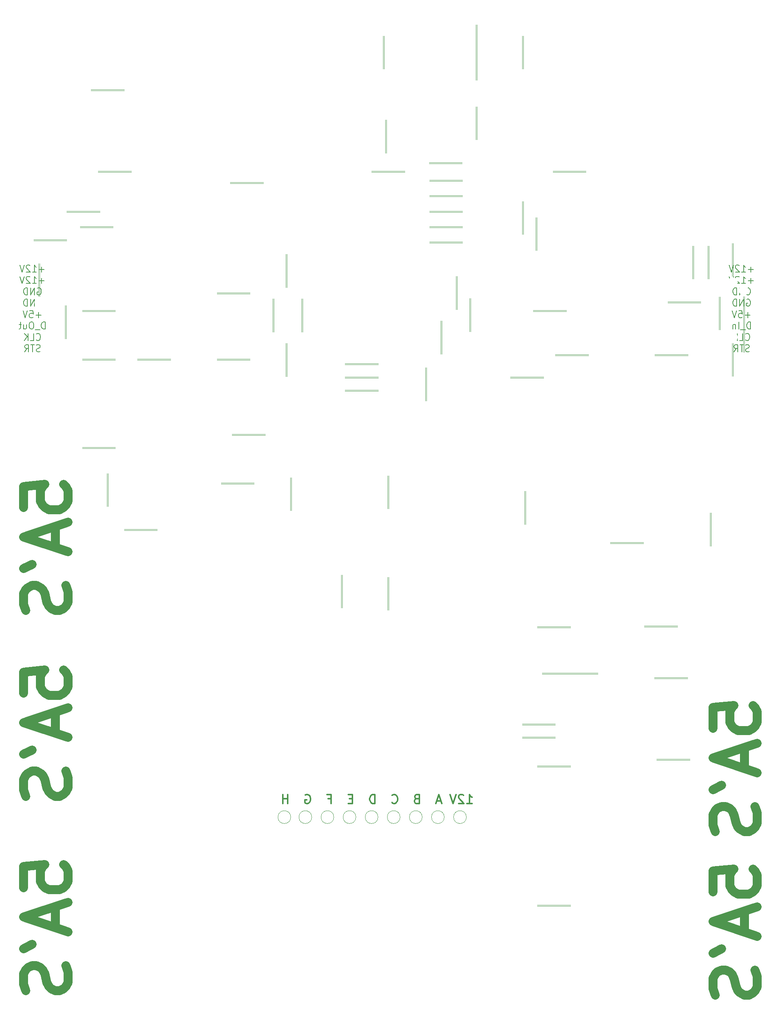
<source format=gbo>
%TF.GenerationSoftware,KiCad,Pcbnew,(6.0.6)*%
%TF.CreationDate,2022-09-29T15:29:04+08:00*%
%TF.ProjectId,7SegmentDisplay_DualLine_8Inches,37536567-6d65-46e7-9444-6973706c6179,rev?*%
%TF.SameCoordinates,Original*%
%TF.FileFunction,Legend,Bot*%
%TF.FilePolarity,Positive*%
%FSLAX46Y46*%
G04 Gerber Fmt 4.6, Leading zero omitted, Abs format (unit mm)*
G04 Created by KiCad (PCBNEW (6.0.6)) date 2022-09-29 15:29:04*
%MOMM*%
%LPD*%
G01*
G04 APERTURE LIST*
%ADD10C,2.000000*%
%ADD11C,0.150000*%
%ADD12C,0.300000*%
%ADD13C,0.120000*%
%ADD14C,0.900000*%
%ADD15C,8.000000*%
%ADD16R,1.800000X1.800000*%
%ADD17C,1.800000*%
%ADD18C,2.200000*%
%ADD19O,2.200000X2.200000*%
%ADD20C,1.600000*%
%ADD21O,1.600000X1.600000*%
%ADD22R,1.700000X1.700000*%
%ADD23O,1.700000X1.700000*%
%ADD24R,2.400000X1.600000*%
%ADD25O,2.400000X1.600000*%
%ADD26C,2.500000*%
G04 APERTURE END LIST*
D10*
X553523809Y-216952380D02*
X553523809Y-212190476D01*
X558285714Y-211714285D01*
X557809523Y-212190476D01*
X557333333Y-213142857D01*
X557333333Y-215523809D01*
X557809523Y-216476190D01*
X558285714Y-216952380D01*
X559238095Y-217428571D01*
X561619047Y-217428571D01*
X562571428Y-216952380D01*
X563047619Y-216476190D01*
X563523809Y-215523809D01*
X563523809Y-213142857D01*
X563047619Y-212190476D01*
X562571428Y-211714285D01*
X560666666Y-221238095D02*
X560666666Y-226000000D01*
X563523809Y-220285714D02*
X553523809Y-223619047D01*
X563523809Y-226952380D01*
X553523809Y-230761904D02*
X555428571Y-229809523D01*
X563047619Y-234571428D02*
X563523809Y-236000000D01*
X563523809Y-238380952D01*
X563047619Y-239333333D01*
X562571428Y-239809523D01*
X561619047Y-240285714D01*
X560666666Y-240285714D01*
X559714285Y-239809523D01*
X559238095Y-239333333D01*
X558761904Y-238380952D01*
X558285714Y-236476190D01*
X557809523Y-235523809D01*
X557333333Y-235047619D01*
X556380952Y-234571428D01*
X555428571Y-234571428D01*
X554476190Y-235047619D01*
X554000000Y-235523809D01*
X553523809Y-236476190D01*
X553523809Y-238857142D01*
X554000000Y-240285714D01*
X553523809Y-179952380D02*
X553523809Y-175190476D01*
X558285714Y-174714285D01*
X557809523Y-175190476D01*
X557333333Y-176142857D01*
X557333333Y-178523809D01*
X557809523Y-179476190D01*
X558285714Y-179952380D01*
X559238095Y-180428571D01*
X561619047Y-180428571D01*
X562571428Y-179952380D01*
X563047619Y-179476190D01*
X563523809Y-178523809D01*
X563523809Y-176142857D01*
X563047619Y-175190476D01*
X562571428Y-174714285D01*
X560666666Y-184238095D02*
X560666666Y-189000000D01*
X563523809Y-183285714D02*
X553523809Y-186619047D01*
X563523809Y-189952380D01*
X553523809Y-193761904D02*
X555428571Y-192809523D01*
X563047619Y-197571428D02*
X563523809Y-199000000D01*
X563523809Y-201380952D01*
X563047619Y-202333333D01*
X562571428Y-202809523D01*
X561619047Y-203285714D01*
X560666666Y-203285714D01*
X559714285Y-202809523D01*
X559238095Y-202333333D01*
X558761904Y-201380952D01*
X558285714Y-199476190D01*
X557809523Y-198523809D01*
X557333333Y-198047619D01*
X556380952Y-197571428D01*
X555428571Y-197571428D01*
X554476190Y-198047619D01*
X554000000Y-198523809D01*
X553523809Y-199476190D01*
X553523809Y-201857142D01*
X554000000Y-203285714D01*
X397523809Y-215952380D02*
X397523809Y-211190476D01*
X402285714Y-210714285D01*
X401809523Y-211190476D01*
X401333333Y-212142857D01*
X401333333Y-214523809D01*
X401809523Y-215476190D01*
X402285714Y-215952380D01*
X403238095Y-216428571D01*
X405619047Y-216428571D01*
X406571428Y-215952380D01*
X407047619Y-215476190D01*
X407523809Y-214523809D01*
X407523809Y-212142857D01*
X407047619Y-211190476D01*
X406571428Y-210714285D01*
X404666666Y-220238095D02*
X404666666Y-225000000D01*
X407523809Y-219285714D02*
X397523809Y-222619047D01*
X407523809Y-225952380D01*
X397523809Y-229761904D02*
X399428571Y-228809523D01*
X407047619Y-233571428D02*
X407523809Y-235000000D01*
X407523809Y-237380952D01*
X407047619Y-238333333D01*
X406571428Y-238809523D01*
X405619047Y-239285714D01*
X404666666Y-239285714D01*
X403714285Y-238809523D01*
X403238095Y-238333333D01*
X402761904Y-237380952D01*
X402285714Y-235476190D01*
X401809523Y-234523809D01*
X401333333Y-234047619D01*
X400380952Y-233571428D01*
X399428571Y-233571428D01*
X398476190Y-234047619D01*
X398000000Y-234523809D01*
X397523809Y-235476190D01*
X397523809Y-237857142D01*
X398000000Y-239285714D01*
X397523809Y-171952380D02*
X397523809Y-167190476D01*
X402285714Y-166714285D01*
X401809523Y-167190476D01*
X401333333Y-168142857D01*
X401333333Y-170523809D01*
X401809523Y-171476190D01*
X402285714Y-171952380D01*
X403238095Y-172428571D01*
X405619047Y-172428571D01*
X406571428Y-171952380D01*
X407047619Y-171476190D01*
X407523809Y-170523809D01*
X407523809Y-168142857D01*
X407047619Y-167190476D01*
X406571428Y-166714285D01*
X404666666Y-176238095D02*
X404666666Y-181000000D01*
X407523809Y-175285714D02*
X397523809Y-178619047D01*
X407523809Y-181952380D01*
X397523809Y-185761904D02*
X399428571Y-184809523D01*
X407047619Y-189571428D02*
X407523809Y-191000000D01*
X407523809Y-193380952D01*
X407047619Y-194333333D01*
X406571428Y-194809523D01*
X405619047Y-195285714D01*
X404666666Y-195285714D01*
X403714285Y-194809523D01*
X403238095Y-194333333D01*
X402761904Y-193380952D01*
X402285714Y-191476190D01*
X401809523Y-190523809D01*
X401333333Y-190047619D01*
X400380952Y-189571428D01*
X399428571Y-189571428D01*
X398476190Y-190047619D01*
X398000000Y-190523809D01*
X397523809Y-191476190D01*
X397523809Y-193857142D01*
X398000000Y-195285714D01*
X397523809Y-129952380D02*
X397523809Y-125190476D01*
X402285714Y-124714285D01*
X401809523Y-125190476D01*
X401333333Y-126142857D01*
X401333333Y-128523809D01*
X401809523Y-129476190D01*
X402285714Y-129952380D01*
X403238095Y-130428571D01*
X405619047Y-130428571D01*
X406571428Y-129952380D01*
X407047619Y-129476190D01*
X407523809Y-128523809D01*
X407523809Y-126142857D01*
X407047619Y-125190476D01*
X406571428Y-124714285D01*
X404666666Y-134238095D02*
X404666666Y-139000000D01*
X407523809Y-133285714D02*
X397523809Y-136619047D01*
X407523809Y-139952380D01*
X397523809Y-143761904D02*
X399428571Y-142809523D01*
X407047619Y-147571428D02*
X407523809Y-149000000D01*
X407523809Y-151380952D01*
X407047619Y-152333333D01*
X406571428Y-152809523D01*
X405619047Y-153285714D01*
X404666666Y-153285714D01*
X403714285Y-152809523D01*
X403238095Y-152333333D01*
X402761904Y-151380952D01*
X402285714Y-149476190D01*
X401809523Y-148523809D01*
X401333333Y-148047619D01*
X400380952Y-147571428D01*
X399428571Y-147571428D01*
X398476190Y-148047619D01*
X398000000Y-148523809D01*
X397523809Y-149476190D01*
X397523809Y-151857142D01*
X398000000Y-153285714D01*
D11*
X402142857Y-76098285D02*
X401000000Y-76098285D01*
X401571428Y-76707809D02*
X401571428Y-75488761D01*
X399500000Y-76707809D02*
X400357142Y-76707809D01*
X399928571Y-76707809D02*
X399928571Y-75107809D01*
X400071428Y-75336380D01*
X400214285Y-75488761D01*
X400357142Y-75564952D01*
X398928571Y-75260190D02*
X398857142Y-75184000D01*
X398714285Y-75107809D01*
X398357142Y-75107809D01*
X398214285Y-75184000D01*
X398142857Y-75260190D01*
X398071428Y-75412571D01*
X398071428Y-75564952D01*
X398142857Y-75793523D01*
X399000000Y-76707809D01*
X398071428Y-76707809D01*
X397642857Y-75107809D02*
X397142857Y-76707809D01*
X396642857Y-75107809D01*
X402142857Y-78674285D02*
X401000000Y-78674285D01*
X401571428Y-79283809D02*
X401571428Y-78064761D01*
X399500000Y-79283809D02*
X400357142Y-79283809D01*
X399928571Y-79283809D02*
X399928571Y-77683809D01*
X400071428Y-77912380D01*
X400214285Y-78064761D01*
X400357142Y-78140952D01*
X398928571Y-77836190D02*
X398857142Y-77760000D01*
X398714285Y-77683809D01*
X398357142Y-77683809D01*
X398214285Y-77760000D01*
X398142857Y-77836190D01*
X398071428Y-77988571D01*
X398071428Y-78140952D01*
X398142857Y-78369523D01*
X399000000Y-79283809D01*
X398071428Y-79283809D01*
X397642857Y-77683809D02*
X397142857Y-79283809D01*
X396642857Y-77683809D01*
X400642857Y-80336000D02*
X400785714Y-80259809D01*
X401000000Y-80259809D01*
X401214285Y-80336000D01*
X401357142Y-80488380D01*
X401428571Y-80640761D01*
X401500000Y-80945523D01*
X401500000Y-81174095D01*
X401428571Y-81478857D01*
X401357142Y-81631238D01*
X401214285Y-81783619D01*
X401000000Y-81859809D01*
X400857142Y-81859809D01*
X400642857Y-81783619D01*
X400571428Y-81707428D01*
X400571428Y-81174095D01*
X400857142Y-81174095D01*
X399928571Y-81859809D02*
X399928571Y-80259809D01*
X399071428Y-81859809D01*
X399071428Y-80259809D01*
X398357142Y-81859809D02*
X398357142Y-80259809D01*
X398000000Y-80259809D01*
X397785714Y-80336000D01*
X397642857Y-80488380D01*
X397571428Y-80640761D01*
X397500000Y-80945523D01*
X397500000Y-81174095D01*
X397571428Y-81478857D01*
X397642857Y-81631238D01*
X397785714Y-81783619D01*
X398000000Y-81859809D01*
X398357142Y-81859809D01*
X400642857Y-82912000D02*
X400785714Y-82835809D01*
X401000000Y-82835809D01*
X401214285Y-82912000D01*
X401357142Y-83064380D01*
X401428571Y-83216761D01*
X401500000Y-83521523D01*
X401500000Y-83750095D01*
X401428571Y-84054857D01*
X401357142Y-84207238D01*
X401214285Y-84359619D01*
X401000000Y-84435809D01*
X400857142Y-84435809D01*
X400642857Y-84359619D01*
X400571428Y-84283428D01*
X400571428Y-83750095D01*
X400857142Y-83750095D01*
X399928571Y-84435809D02*
X399928571Y-82835809D01*
X399071428Y-84435809D01*
X399071428Y-82835809D01*
X398357142Y-84435809D02*
X398357142Y-82835809D01*
X398000000Y-82835809D01*
X397785714Y-82912000D01*
X397642857Y-83064380D01*
X397571428Y-83216761D01*
X397500000Y-83521523D01*
X397500000Y-83750095D01*
X397571428Y-84054857D01*
X397642857Y-84207238D01*
X397785714Y-84359619D01*
X398000000Y-84435809D01*
X398357142Y-84435809D01*
X401428571Y-86402285D02*
X400285714Y-86402285D01*
X400857142Y-87011809D02*
X400857142Y-85792761D01*
X398857142Y-85411809D02*
X399571428Y-85411809D01*
X399642857Y-86173714D01*
X399571428Y-86097523D01*
X399428571Y-86021333D01*
X399071428Y-86021333D01*
X398928571Y-86097523D01*
X398857142Y-86173714D01*
X398785714Y-86326095D01*
X398785714Y-86707047D01*
X398857142Y-86859428D01*
X398928571Y-86935619D01*
X399071428Y-87011809D01*
X399428571Y-87011809D01*
X399571428Y-86935619D01*
X399642857Y-86859428D01*
X398357142Y-85411809D02*
X397857142Y-87011809D01*
X397357142Y-85411809D01*
X402357142Y-89587809D02*
X402357142Y-87987809D01*
X402000000Y-87987809D01*
X401785714Y-88064000D01*
X401642857Y-88216380D01*
X401571428Y-88368761D01*
X401500000Y-88673523D01*
X401500000Y-88902095D01*
X401571428Y-89206857D01*
X401642857Y-89359238D01*
X401785714Y-89511619D01*
X402000000Y-89587809D01*
X402357142Y-89587809D01*
X401214285Y-89740190D02*
X400071428Y-89740190D01*
X399428571Y-87987809D02*
X399142857Y-87987809D01*
X399000000Y-88064000D01*
X398857142Y-88216380D01*
X398785714Y-88521142D01*
X398785714Y-89054476D01*
X398857142Y-89359238D01*
X399000000Y-89511619D01*
X399142857Y-89587809D01*
X399428571Y-89587809D01*
X399571428Y-89511619D01*
X399714285Y-89359238D01*
X399785714Y-89054476D01*
X399785714Y-88521142D01*
X399714285Y-88216380D01*
X399571428Y-88064000D01*
X399428571Y-87987809D01*
X397500000Y-88521142D02*
X397500000Y-89587809D01*
X398142857Y-88521142D02*
X398142857Y-89359238D01*
X398071428Y-89511619D01*
X397928571Y-89587809D01*
X397714285Y-89587809D01*
X397571428Y-89511619D01*
X397500000Y-89435428D01*
X397000000Y-88521142D02*
X396428571Y-88521142D01*
X396785714Y-87987809D02*
X396785714Y-89359238D01*
X396714285Y-89511619D01*
X396571428Y-89587809D01*
X396428571Y-89587809D01*
X400392857Y-92011428D02*
X400464285Y-92087619D01*
X400678571Y-92163809D01*
X400821428Y-92163809D01*
X401035714Y-92087619D01*
X401178571Y-91935238D01*
X401250000Y-91782857D01*
X401321428Y-91478095D01*
X401321428Y-91249523D01*
X401250000Y-90944761D01*
X401178571Y-90792380D01*
X401035714Y-90640000D01*
X400821428Y-90563809D01*
X400678571Y-90563809D01*
X400464285Y-90640000D01*
X400392857Y-90716190D01*
X399035714Y-92163809D02*
X399750000Y-92163809D01*
X399750000Y-90563809D01*
X398535714Y-92163809D02*
X398535714Y-90563809D01*
X397678571Y-92163809D02*
X398321428Y-91249523D01*
X397678571Y-90563809D02*
X398535714Y-91478095D01*
X401250000Y-94663619D02*
X401035714Y-94739809D01*
X400678571Y-94739809D01*
X400535714Y-94663619D01*
X400464285Y-94587428D01*
X400392857Y-94435047D01*
X400392857Y-94282666D01*
X400464285Y-94130285D01*
X400535714Y-94054095D01*
X400678571Y-93977904D01*
X400964285Y-93901714D01*
X401107142Y-93825523D01*
X401178571Y-93749333D01*
X401250000Y-93596952D01*
X401250000Y-93444571D01*
X401178571Y-93292190D01*
X401107142Y-93216000D01*
X400964285Y-93139809D01*
X400607142Y-93139809D01*
X400392857Y-93216000D01*
X399964285Y-93139809D02*
X399107142Y-93139809D01*
X399535714Y-94739809D02*
X399535714Y-93139809D01*
X397750000Y-94739809D02*
X398250000Y-93977904D01*
X398607142Y-94739809D02*
X398607142Y-93139809D01*
X398035714Y-93139809D01*
X397892857Y-93216000D01*
X397821428Y-93292190D01*
X397750000Y-93444571D01*
X397750000Y-93673142D01*
X397821428Y-93825523D01*
X397892857Y-93901714D01*
X398035714Y-93977904D01*
X398607142Y-93977904D01*
D12*
X497833333Y-196904761D02*
X498976190Y-196904761D01*
X498404761Y-196904761D02*
X498404761Y-194904761D01*
X498595238Y-195190476D01*
X498785714Y-195380952D01*
X498976190Y-195476190D01*
X497071428Y-195095238D02*
X496976190Y-195000000D01*
X496785714Y-194904761D01*
X496309523Y-194904761D01*
X496119047Y-195000000D01*
X496023809Y-195095238D01*
X495928571Y-195285714D01*
X495928571Y-195476190D01*
X496023809Y-195761904D01*
X497166666Y-196904761D01*
X495928571Y-196904761D01*
X495357142Y-194904761D02*
X494690476Y-196904761D01*
X494023809Y-194904761D01*
X491928571Y-196333333D02*
X490976190Y-196333333D01*
X492119047Y-196904761D02*
X491452380Y-194904761D01*
X490785714Y-196904761D01*
X486404761Y-195857142D02*
X486119047Y-195952380D01*
X486023809Y-196047619D01*
X485928571Y-196238095D01*
X485928571Y-196523809D01*
X486023809Y-196714285D01*
X486119047Y-196809523D01*
X486309523Y-196904761D01*
X487071428Y-196904761D01*
X487071428Y-194904761D01*
X486404761Y-194904761D01*
X486214285Y-195000000D01*
X486119047Y-195095238D01*
X486023809Y-195285714D01*
X486023809Y-195476190D01*
X486119047Y-195666666D01*
X486214285Y-195761904D01*
X486404761Y-195857142D01*
X487071428Y-195857142D01*
X480880952Y-196714285D02*
X480976190Y-196809523D01*
X481261904Y-196904761D01*
X481452380Y-196904761D01*
X481738095Y-196809523D01*
X481928571Y-196619047D01*
X482023809Y-196428571D01*
X482119047Y-196047619D01*
X482119047Y-195761904D01*
X482023809Y-195380952D01*
X481928571Y-195190476D01*
X481738095Y-195000000D01*
X481452380Y-194904761D01*
X481261904Y-194904761D01*
X480976190Y-195000000D01*
X480880952Y-195095238D01*
X476976190Y-196904761D02*
X476976190Y-194904761D01*
X476500000Y-194904761D01*
X476214285Y-195000000D01*
X476023809Y-195190476D01*
X475928571Y-195380952D01*
X475833333Y-195761904D01*
X475833333Y-196047619D01*
X475928571Y-196428571D01*
X476023809Y-196619047D01*
X476214285Y-196809523D01*
X476500000Y-196904761D01*
X476976190Y-196904761D01*
X471928571Y-195857142D02*
X471261904Y-195857142D01*
X470976190Y-196904761D02*
X471928571Y-196904761D01*
X471928571Y-194904761D01*
X470976190Y-194904761D01*
X466404761Y-195857142D02*
X467071428Y-195857142D01*
X467071428Y-196904761D02*
X467071428Y-194904761D01*
X466119047Y-194904761D01*
X461261904Y-195000000D02*
X461452380Y-194904761D01*
X461738095Y-194904761D01*
X462023809Y-195000000D01*
X462214285Y-195190476D01*
X462309523Y-195380952D01*
X462404761Y-195761904D01*
X462404761Y-196047619D01*
X462309523Y-196428571D01*
X462214285Y-196619047D01*
X462023809Y-196809523D01*
X461738095Y-196904761D01*
X461547619Y-196904761D01*
X461261904Y-196809523D01*
X461166666Y-196714285D01*
X461166666Y-196047619D01*
X461547619Y-196047619D01*
X457261904Y-196904761D02*
X457261904Y-194904761D01*
X457261904Y-195857142D02*
X456119047Y-195857142D01*
X456119047Y-196904761D02*
X456119047Y-194904761D01*
D11*
X562642857Y-76098285D02*
X561500000Y-76098285D01*
X562071428Y-76707809D02*
X562071428Y-75488761D01*
X560000000Y-76707809D02*
X560857142Y-76707809D01*
X560428571Y-76707809D02*
X560428571Y-75107809D01*
X560571428Y-75336380D01*
X560714285Y-75488761D01*
X560857142Y-75564952D01*
X559428571Y-75260190D02*
X559357142Y-75184000D01*
X559214285Y-75107809D01*
X558857142Y-75107809D01*
X558714285Y-75184000D01*
X558642857Y-75260190D01*
X558571428Y-75412571D01*
X558571428Y-75564952D01*
X558642857Y-75793523D01*
X559500000Y-76707809D01*
X558571428Y-76707809D01*
X558142857Y-75107809D02*
X557642857Y-76707809D01*
X557142857Y-75107809D01*
X562642857Y-78674285D02*
X561500000Y-78674285D01*
X562071428Y-79283809D02*
X562071428Y-78064761D01*
X560000000Y-79283809D02*
X560857142Y-79283809D01*
X560428571Y-79283809D02*
X560428571Y-77683809D01*
X560571428Y-77912380D01*
X560714285Y-78064761D01*
X560857142Y-78140952D01*
X559428571Y-77836190D02*
X559357142Y-77760000D01*
X559214285Y-77683809D01*
X558857142Y-77683809D01*
X558714285Y-77760000D01*
X558642857Y-77836190D01*
X558571428Y-77988571D01*
X558571428Y-78140952D01*
X558642857Y-78369523D01*
X559500000Y-79283809D01*
X558571428Y-79283809D01*
X558142857Y-77683809D02*
X557642857Y-79283809D01*
X557142857Y-77683809D01*
X561142857Y-80336000D02*
X561285714Y-80259809D01*
X561500000Y-80259809D01*
X561714285Y-80336000D01*
X561857142Y-80488380D01*
X561928571Y-80640761D01*
X562000000Y-80945523D01*
X562000000Y-81174095D01*
X561928571Y-81478857D01*
X561857142Y-81631238D01*
X561714285Y-81783619D01*
X561500000Y-81859809D01*
X561357142Y-81859809D01*
X561142857Y-81783619D01*
X561071428Y-81707428D01*
X561071428Y-81174095D01*
X561357142Y-81174095D01*
X560428571Y-81859809D02*
X560428571Y-80259809D01*
X559571428Y-81859809D01*
X559571428Y-80259809D01*
X558857142Y-81859809D02*
X558857142Y-80259809D01*
X558500000Y-80259809D01*
X558285714Y-80336000D01*
X558142857Y-80488380D01*
X558071428Y-80640761D01*
X558000000Y-80945523D01*
X558000000Y-81174095D01*
X558071428Y-81478857D01*
X558142857Y-81631238D01*
X558285714Y-81783619D01*
X558500000Y-81859809D01*
X558857142Y-81859809D01*
X561142857Y-82912000D02*
X561285714Y-82835809D01*
X561500000Y-82835809D01*
X561714285Y-82912000D01*
X561857142Y-83064380D01*
X561928571Y-83216761D01*
X562000000Y-83521523D01*
X562000000Y-83750095D01*
X561928571Y-84054857D01*
X561857142Y-84207238D01*
X561714285Y-84359619D01*
X561500000Y-84435809D01*
X561357142Y-84435809D01*
X561142857Y-84359619D01*
X561071428Y-84283428D01*
X561071428Y-83750095D01*
X561357142Y-83750095D01*
X560428571Y-84435809D02*
X560428571Y-82835809D01*
X559571428Y-84435809D01*
X559571428Y-82835809D01*
X558857142Y-84435809D02*
X558857142Y-82835809D01*
X558500000Y-82835809D01*
X558285714Y-82912000D01*
X558142857Y-83064380D01*
X558071428Y-83216761D01*
X558000000Y-83521523D01*
X558000000Y-83750095D01*
X558071428Y-84054857D01*
X558142857Y-84207238D01*
X558285714Y-84359619D01*
X558500000Y-84435809D01*
X558857142Y-84435809D01*
X561928571Y-86402285D02*
X560785714Y-86402285D01*
X561357142Y-87011809D02*
X561357142Y-85792761D01*
X559357142Y-85411809D02*
X560071428Y-85411809D01*
X560142857Y-86173714D01*
X560071428Y-86097523D01*
X559928571Y-86021333D01*
X559571428Y-86021333D01*
X559428571Y-86097523D01*
X559357142Y-86173714D01*
X559285714Y-86326095D01*
X559285714Y-86707047D01*
X559357142Y-86859428D01*
X559428571Y-86935619D01*
X559571428Y-87011809D01*
X559928571Y-87011809D01*
X560071428Y-86935619D01*
X560142857Y-86859428D01*
X558857142Y-85411809D02*
X558357142Y-87011809D01*
X557857142Y-85411809D01*
X562000000Y-89587809D02*
X562000000Y-87987809D01*
X561642857Y-87987809D01*
X561428571Y-88064000D01*
X561285714Y-88216380D01*
X561214285Y-88368761D01*
X561142857Y-88673523D01*
X561142857Y-88902095D01*
X561214285Y-89206857D01*
X561285714Y-89359238D01*
X561428571Y-89511619D01*
X561642857Y-89587809D01*
X562000000Y-89587809D01*
X560857142Y-89740190D02*
X559714285Y-89740190D01*
X559357142Y-89587809D02*
X559357142Y-87987809D01*
X558642857Y-88521142D02*
X558642857Y-89587809D01*
X558642857Y-88673523D02*
X558571428Y-88597333D01*
X558428571Y-88521142D01*
X558214285Y-88521142D01*
X558071428Y-88597333D01*
X558000000Y-88749714D01*
X558000000Y-89587809D01*
X560892857Y-92011428D02*
X560964285Y-92087619D01*
X561178571Y-92163809D01*
X561321428Y-92163809D01*
X561535714Y-92087619D01*
X561678571Y-91935238D01*
X561750000Y-91782857D01*
X561821428Y-91478095D01*
X561821428Y-91249523D01*
X561750000Y-90944761D01*
X561678571Y-90792380D01*
X561535714Y-90640000D01*
X561321428Y-90563809D01*
X561178571Y-90563809D01*
X560964285Y-90640000D01*
X560892857Y-90716190D01*
X559535714Y-92163809D02*
X560250000Y-92163809D01*
X560250000Y-90563809D01*
X559035714Y-92163809D02*
X559035714Y-90563809D01*
X558178571Y-92163809D02*
X558821428Y-91249523D01*
X558178571Y-90563809D02*
X559035714Y-91478095D01*
X561750000Y-94663619D02*
X561535714Y-94739809D01*
X561178571Y-94739809D01*
X561035714Y-94663619D01*
X560964285Y-94587428D01*
X560892857Y-94435047D01*
X560892857Y-94282666D01*
X560964285Y-94130285D01*
X561035714Y-94054095D01*
X561178571Y-93977904D01*
X561464285Y-93901714D01*
X561607142Y-93825523D01*
X561678571Y-93749333D01*
X561750000Y-93596952D01*
X561750000Y-93444571D01*
X561678571Y-93292190D01*
X561607142Y-93216000D01*
X561464285Y-93139809D01*
X561107142Y-93139809D01*
X560892857Y-93216000D01*
X560464285Y-93139809D02*
X559607142Y-93139809D01*
X560035714Y-94739809D02*
X560035714Y-93139809D01*
X558250000Y-94739809D02*
X558750000Y-93977904D01*
X559107142Y-94739809D02*
X559107142Y-93139809D01*
X558535714Y-93139809D01*
X558392857Y-93216000D01*
X558321428Y-93292190D01*
X558250000Y-93444571D01*
X558250000Y-93673142D01*
X558321428Y-93825523D01*
X558392857Y-93901714D01*
X558535714Y-93977904D01*
X559107142Y-93977904D01*
D13*
%TO.C,REF\u002A\u002A*%
X512833500Y-85627000D02*
X520326500Y-85627000D01*
X520326500Y-85373000D02*
X512833500Y-85373000D01*
X489333500Y-70127000D02*
X496826500Y-70127000D01*
X496826500Y-69873000D02*
X489333500Y-69873000D01*
X540253500Y-168627000D02*
X547746500Y-168627000D01*
X547746500Y-168373000D02*
X540253500Y-168373000D01*
X420253500Y-135127000D02*
X427746500Y-135127000D01*
X427746500Y-134873000D02*
X420253500Y-134873000D01*
X514833500Y-167627000D02*
X527406500Y-167627000D01*
X527406500Y-167373000D02*
X514833500Y-167373000D01*
X410253500Y-66627000D02*
X417746500Y-66627000D01*
X417746500Y-66373000D02*
X410253500Y-66373000D01*
X510627000Y-68166500D02*
X510627000Y-60673500D01*
X510373000Y-60673500D02*
X510373000Y-68166500D01*
X410753500Y-116627000D02*
X418246500Y-116627000D01*
X418246500Y-116373000D02*
X410753500Y-116373000D01*
X511127000Y-133746500D02*
X511127000Y-126253500D01*
X510873000Y-126253500D02*
X510873000Y-133746500D01*
X452166500Y-113373000D02*
X444673500Y-113373000D01*
X444673500Y-113627000D02*
X452166500Y-113627000D01*
X552627000Y-78246500D02*
X552627000Y-70753500D01*
X552373000Y-70753500D02*
X552373000Y-78246500D01*
X456873000Y-72673500D02*
X456873000Y-80166500D01*
X457127000Y-80166500D02*
X457127000Y-72673500D01*
X416627000Y-129746500D02*
X416627000Y-122253500D01*
X416373000Y-122253500D02*
X416373000Y-129746500D01*
X555127000Y-89746500D02*
X555127000Y-82253500D01*
X554873000Y-82253500D02*
X554873000Y-89746500D01*
X420246500Y-35373000D02*
X412753500Y-35373000D01*
X412753500Y-35627000D02*
X420246500Y-35627000D01*
X496826500Y-55873000D02*
X489333500Y-55873000D01*
X489333500Y-56127000D02*
X496826500Y-56127000D01*
X489333500Y-66627000D02*
X496826500Y-66627000D01*
X496826500Y-66373000D02*
X489333500Y-66373000D01*
X453873000Y-82753500D02*
X453873000Y-90246500D01*
X454127000Y-90246500D02*
X454127000Y-82753500D01*
X470253500Y-103627000D02*
X477746500Y-103627000D01*
X477746500Y-103373000D02*
X470253500Y-103373000D01*
X510627000Y-30746500D02*
X510627000Y-23253500D01*
X510373000Y-23253500D02*
X510373000Y-30746500D01*
X480127000Y-153166500D02*
X480127000Y-145673500D01*
X479873000Y-145673500D02*
X479873000Y-153166500D01*
X553127000Y-138666500D02*
X553127000Y-131173500D01*
X552873000Y-131173500D02*
X552873000Y-138666500D01*
X458127000Y-130666500D02*
X458127000Y-123173500D01*
X457873000Y-123173500D02*
X457873000Y-130666500D01*
X491873000Y-87753500D02*
X491873000Y-95246500D01*
X492127000Y-95246500D02*
X492127000Y-87753500D01*
X460627000Y-90246500D02*
X460627000Y-82753500D01*
X460373000Y-82753500D02*
X460373000Y-90246500D01*
X513753500Y-220127000D02*
X521246500Y-220127000D01*
X521246500Y-219873000D02*
X513753500Y-219873000D01*
X489333500Y-63127000D02*
X496826500Y-63127000D01*
X496826500Y-62873000D02*
X489333500Y-62873000D01*
X558127000Y-100246500D02*
X558127000Y-92753500D01*
X557873000Y-92753500D02*
X557873000Y-100246500D01*
X401127000Y-82246500D02*
X401127000Y-74753500D01*
X400873000Y-74753500D02*
X400873000Y-82246500D01*
X469627000Y-152666500D02*
X469627000Y-145173500D01*
X469373000Y-145173500D02*
X469373000Y-152666500D01*
X483746500Y-53873000D02*
X476253500Y-53873000D01*
X476253500Y-54127000D02*
X483746500Y-54127000D01*
X500127000Y-46746500D02*
X500127000Y-39253500D01*
X499873000Y-39253500D02*
X499873000Y-46746500D01*
X543253500Y-83627000D02*
X550746500Y-83627000D01*
X550746500Y-83373000D02*
X543253500Y-83373000D01*
X549127000Y-78246500D02*
X549127000Y-70753500D01*
X548873000Y-70753500D02*
X548873000Y-78246500D01*
X444253500Y-56627000D02*
X451746500Y-56627000D01*
X451746500Y-56373000D02*
X444253500Y-56373000D01*
X399753500Y-69627000D02*
X407246500Y-69627000D01*
X407246500Y-69373000D02*
X399753500Y-69373000D01*
X517833500Y-95627000D02*
X525326500Y-95627000D01*
X525326500Y-95373000D02*
X517833500Y-95373000D01*
X477746500Y-100373000D02*
X470253500Y-100373000D01*
X470253500Y-100627000D02*
X477746500Y-100627000D01*
X496746500Y-51873000D02*
X489253500Y-51873000D01*
X489253500Y-52127000D02*
X496746500Y-52127000D01*
X442173500Y-124627000D02*
X449666500Y-124627000D01*
X449666500Y-124373000D02*
X442173500Y-124373000D01*
X510333500Y-182127000D02*
X517826500Y-182127000D01*
X517826500Y-181873000D02*
X510333500Y-181873000D01*
X480127000Y-130246500D02*
X480127000Y-122753500D01*
X479873000Y-122753500D02*
X479873000Y-130246500D01*
X530253500Y-138127000D02*
X537746500Y-138127000D01*
X537746500Y-137873000D02*
X530253500Y-137873000D01*
X500127000Y-33286500D02*
X500127000Y-20713500D01*
X499873000Y-20713500D02*
X499873000Y-33286500D01*
X517253500Y-54127000D02*
X524746500Y-54127000D01*
X524746500Y-53873000D02*
X517253500Y-53873000D01*
X448746500Y-96373000D02*
X441253500Y-96373000D01*
X441253500Y-96627000D02*
X448746500Y-96627000D01*
X558127000Y-77666500D02*
X558127000Y-70173500D01*
X557873000Y-70173500D02*
X557873000Y-77666500D01*
X488373000Y-98333500D02*
X488373000Y-105826500D01*
X488627000Y-105826500D02*
X488627000Y-98333500D01*
X513627000Y-71826500D02*
X513627000Y-64333500D01*
X513373000Y-64333500D02*
X513373000Y-71826500D01*
X430746500Y-96373000D02*
X423253500Y-96373000D01*
X423253500Y-96627000D02*
X430746500Y-96627000D01*
X479627000Y-49746500D02*
X479627000Y-42253500D01*
X479373000Y-42253500D02*
X479373000Y-49746500D01*
X470253500Y-97627000D02*
X477746500Y-97627000D01*
X477746500Y-97373000D02*
X470253500Y-97373000D01*
X513753500Y-157127000D02*
X521246500Y-157127000D01*
X521246500Y-156873000D02*
X513753500Y-156873000D01*
X540333500Y-95627000D02*
X547826500Y-95627000D01*
X547826500Y-95373000D02*
X540333500Y-95373000D01*
X510333500Y-179127000D02*
X517826500Y-179127000D01*
X517826500Y-178873000D02*
X510333500Y-178873000D01*
X414333500Y-54127000D02*
X421826500Y-54127000D01*
X421826500Y-53873000D02*
X414333500Y-53873000D01*
X441253500Y-81627000D02*
X448746500Y-81627000D01*
X448746500Y-81373000D02*
X441253500Y-81373000D01*
X498627000Y-90166500D02*
X498627000Y-82673500D01*
X498373000Y-82673500D02*
X498373000Y-90166500D01*
X418246500Y-96373000D02*
X410753500Y-96373000D01*
X410753500Y-96627000D02*
X418246500Y-96627000D01*
X540753500Y-187127000D02*
X548246500Y-187127000D01*
X548246500Y-186873000D02*
X540753500Y-186873000D01*
X513753500Y-188627000D02*
X521246500Y-188627000D01*
X521246500Y-188373000D02*
X513753500Y-188373000D01*
X537978500Y-156957000D02*
X545471500Y-156957000D01*
X545471500Y-156703000D02*
X537978500Y-156703000D01*
X407127000Y-91746500D02*
X407127000Y-84253500D01*
X406873000Y-84253500D02*
X406873000Y-91746500D01*
X479127000Y-30746500D02*
X479127000Y-23253500D01*
X478873000Y-23253500D02*
X478873000Y-30746500D01*
X489333500Y-59627000D02*
X496826500Y-59627000D01*
X496826500Y-59373000D02*
X489333500Y-59373000D01*
X507673500Y-100627000D02*
X515166500Y-100627000D01*
X515166500Y-100373000D02*
X507673500Y-100373000D01*
X407253500Y-63127000D02*
X414746500Y-63127000D01*
X414746500Y-62873000D02*
X407253500Y-62873000D01*
X410753500Y-85627000D02*
X418246500Y-85627000D01*
X418246500Y-85373000D02*
X410753500Y-85373000D01*
X560627000Y-94786500D02*
X560627000Y-82213500D01*
X560373000Y-82213500D02*
X560373000Y-94786500D01*
X456873000Y-92833500D02*
X456873000Y-100326500D01*
X457127000Y-100326500D02*
X457127000Y-92833500D01*
X495627000Y-85166500D02*
X495627000Y-77673500D01*
X495373000Y-77673500D02*
X495373000Y-85166500D01*
X482700000Y-200000000D02*
G75*
G03*
X482700000Y-200000000I-1450000J0D01*
G01*
X467700000Y-200000000D02*
G75*
G03*
X467700000Y-200000000I-1450000J0D01*
G01*
X462700000Y-200000000D02*
G75*
G03*
X462700000Y-200000000I-1450000J0D01*
G01*
X457950000Y-200000000D02*
G75*
G03*
X457950000Y-200000000I-1450000J0D01*
G01*
X487700000Y-200000000D02*
G75*
G03*
X487700000Y-200000000I-1450000J0D01*
G01*
X477700000Y-200000000D02*
G75*
G03*
X477700000Y-200000000I-1450000J0D01*
G01*
X492700000Y-200000000D02*
G75*
G03*
X492700000Y-200000000I-1450000J0D01*
G01*
X497700000Y-200000000D02*
G75*
G03*
X497700000Y-200000000I-1450000J0D01*
G01*
X472700000Y-200000000D02*
G75*
G03*
X472700000Y-200000000I-1450000J0D01*
G01*
%TD*%
%LPC*%
D14*
%TO.C,REF\u002A\u002A*%
X402000000Y-21000000D03*
X396000000Y-21000000D03*
X396878680Y-23121320D03*
D15*
X399000000Y-21000000D03*
D14*
X396878680Y-18878680D03*
X399000000Y-18000000D03*
X401121320Y-23121320D03*
X401121320Y-18878680D03*
X399000000Y-24000000D03*
%TD*%
%TO.C,REF\u002A\u002A*%
X402000000Y-254000000D03*
X396000000Y-254000000D03*
X396878680Y-256121320D03*
D15*
X399000000Y-254000000D03*
D14*
X396878680Y-251878680D03*
X399000000Y-251000000D03*
X401121320Y-256121320D03*
X401121320Y-251878680D03*
X399000000Y-257000000D03*
%TD*%
%TO.C,REF\u002A\u002A*%
X563000000Y-254000000D03*
X557000000Y-254000000D03*
X557878680Y-256121320D03*
D15*
X560000000Y-254000000D03*
D14*
X557878680Y-251878680D03*
X560000000Y-251000000D03*
X562121320Y-256121320D03*
X562121320Y-251878680D03*
X560000000Y-257000000D03*
%TD*%
%TO.C,REF\u002A\u002A*%
X558000000Y-21000000D03*
X563121320Y-18878680D03*
X561000000Y-24000000D03*
X563121320Y-23121320D03*
X558878680Y-23121320D03*
X558878680Y-18878680D03*
X561000000Y-18000000D03*
D15*
X561000000Y-21000000D03*
D14*
X564000000Y-21000000D03*
%TD*%
D16*
%TO.C,REF\u002A\u002A*%
X526515000Y-162250000D03*
D17*
X523975000Y-162250000D03*
%TD*%
D16*
%TO.C,REF\u002A\u002A*%
X464555000Y-141000000D03*
D17*
X462015000Y-141000000D03*
%TD*%
D16*
%TO.C,REF\u002A\u002A*%
X526485000Y-225250000D03*
D17*
X523945000Y-225250000D03*
%TD*%
D16*
%TO.C,REF\u002A\u002A*%
X423605000Y-172750000D03*
D17*
X421065000Y-172750000D03*
%TD*%
D16*
%TO.C,REF\u002A\u002A*%
X435580000Y-137000000D03*
D17*
X433040000Y-137000000D03*
%TD*%
D18*
%TO.C,REF\u002A\u002A*%
X511500000Y-85500000D03*
D19*
X521660000Y-85500000D03*
%TD*%
D16*
%TO.C,REF\u002A\u002A*%
X454095000Y-133000000D03*
D17*
X451555000Y-133000000D03*
%TD*%
D18*
%TO.C,REF\u002A\u002A*%
X488000000Y-70000000D03*
D19*
X498160000Y-70000000D03*
%TD*%
D18*
%TO.C,REF\u002A\u002A*%
X538920000Y-168500000D03*
D19*
X549080000Y-168500000D03*
%TD*%
D20*
%TO.C,REF\u002A\u002A*%
X541645000Y-76500000D03*
D21*
X541645000Y-86660000D03*
%TD*%
D16*
%TO.C,REF\u002A\u002A*%
X525055000Y-137000000D03*
D17*
X522515000Y-137000000D03*
%TD*%
D20*
%TO.C,REF\u002A\u002A*%
X481670000Y-146500000D03*
D21*
X491830000Y-146500000D03*
%TD*%
D20*
%TO.C,REF\u002A\u002A*%
X467670000Y-43500000D03*
D21*
X477830000Y-43500000D03*
%TD*%
D16*
%TO.C,REF\u002A\u002A*%
X496257500Y-236007500D03*
D17*
X493717500Y-236007500D03*
%TD*%
D20*
%TO.C,REF\u002A\u002A*%
X541725000Y-179500000D03*
D21*
X541725000Y-189660000D03*
%TD*%
D20*
%TO.C,REF\u002A\u002A*%
X440162500Y-249507500D03*
D21*
X450322500Y-249507500D03*
%TD*%
D20*
%TO.C,REF\u002A\u002A*%
X438750000Y-48750000D03*
D21*
X438750000Y-58910000D03*
%TD*%
D16*
%TO.C,REF\u002A\u002A*%
X423525000Y-101250000D03*
D17*
X420985000Y-101250000D03*
%TD*%
D16*
%TO.C,REF\u002A\u002A*%
X434105000Y-151750000D03*
D17*
X431565000Y-151750000D03*
%TD*%
D18*
%TO.C,REF\u002A\u002A*%
X418920000Y-135000000D03*
D19*
X429080000Y-135000000D03*
%TD*%
D20*
%TO.C,REF\u002A\u002A*%
X438830000Y-165580000D03*
D21*
X438830000Y-175740000D03*
%TD*%
D20*
%TO.C,REF\u002A\u002A*%
X509340000Y-43500000D03*
D21*
X519500000Y-43500000D03*
%TD*%
D18*
%TO.C,REF\u002A\u002A*%
X513500000Y-167500000D03*
D19*
X528740000Y-167500000D03*
%TD*%
D18*
%TO.C,REF\u002A\u002A*%
X408920000Y-66500000D03*
D19*
X419080000Y-66500000D03*
%TD*%
D20*
%TO.C,REF\u002A\u002A*%
X453830000Y-146500000D03*
D21*
X463990000Y-146500000D03*
%TD*%
D16*
%TO.C,REF\u002A\u002A*%
X485555000Y-133000000D03*
D17*
X483015000Y-133000000D03*
%TD*%
D16*
%TO.C,REF\u002A\u002A*%
X423525000Y-80250000D03*
D17*
X420985000Y-80250000D03*
%TD*%
D16*
%TO.C,REF\u002A\u002A*%
X423605000Y-204250000D03*
D17*
X421065000Y-204250000D03*
%TD*%
D16*
%TO.C,REF\u002A\u002A*%
X526405000Y-90750000D03*
D17*
X523865000Y-90750000D03*
%TD*%
D16*
%TO.C,REF\u002A\u002A*%
X454015000Y-30000000D03*
D17*
X451475000Y-30000000D03*
%TD*%
D20*
%TO.C,REF\u002A\u002A*%
X438750000Y-118170000D03*
D21*
X438750000Y-128330000D03*
%TD*%
D20*
%TO.C,REF\u002A\u002A*%
X541725000Y-193420000D03*
D21*
X541725000Y-203580000D03*
%TD*%
D22*
%TO.C,REF\u002A\u002A*%
X394000000Y-76000000D03*
D23*
X394000000Y-78540000D03*
X394000000Y-81080000D03*
X394000000Y-83620000D03*
X394000000Y-86160000D03*
X394000000Y-88700000D03*
X394000000Y-91240000D03*
X394000000Y-93780000D03*
%TD*%
D16*
%TO.C,REF\u002A\u002A*%
X434105000Y-204250000D03*
D17*
X431565000Y-204250000D03*
%TD*%
D16*
%TO.C,REF\u002A\u002A*%
X506757500Y-236007500D03*
D17*
X504217500Y-236007500D03*
%TD*%
D18*
%TO.C,REF\u002A\u002A*%
X510500000Y-69500000D03*
D19*
X510500000Y-59340000D03*
%TD*%
D16*
%TO.C,REF\u002A\u002A*%
X434090000Y-193750000D03*
D17*
X431550000Y-193750000D03*
%TD*%
D16*
%TO.C,REF\u002A\u002A*%
X443717500Y-236007500D03*
D17*
X441177500Y-236007500D03*
%TD*%
D16*
%TO.C,REF\u002A\u002A*%
X536985000Y-225250000D03*
D17*
X534445000Y-225250000D03*
%TD*%
D18*
%TO.C,REF\u002A\u002A*%
X409420000Y-116500000D03*
D19*
X419580000Y-116500000D03*
%TD*%
D18*
%TO.C,REF\u002A\u002A*%
X511000000Y-135080000D03*
D19*
X511000000Y-124920000D03*
%TD*%
D18*
%TO.C,REF\u002A\u002A*%
X453500000Y-113500000D03*
D19*
X443340000Y-113500000D03*
%TD*%
D18*
%TO.C,REF\u002A\u002A*%
X552500000Y-79580000D03*
D19*
X552500000Y-69420000D03*
%TD*%
D16*
%TO.C,REF\u002A\u002A*%
X423510000Y-90750000D03*
D17*
X420970000Y-90750000D03*
%TD*%
D16*
%TO.C,REF\u002A\u002A*%
X536920000Y-101250000D03*
D17*
X534380000Y-101250000D03*
%TD*%
D16*
%TO.C,REF\u002A\u002A*%
X475055000Y-141000000D03*
D17*
X472515000Y-141000000D03*
%TD*%
D16*
%TO.C,REF\u002A\u002A*%
X428775000Y-130250000D03*
D17*
X426235000Y-130250000D03*
%TD*%
D16*
%TO.C,REF\u002A\u002A*%
X526485000Y-193750000D03*
D17*
X523945000Y-193750000D03*
%TD*%
D18*
%TO.C,REF\u002A\u002A*%
X457000000Y-71340000D03*
D19*
X457000000Y-81500000D03*
%TD*%
D16*
%TO.C,REF\u002A\u002A*%
X526500000Y-183250000D03*
D17*
X523960000Y-183250000D03*
%TD*%
D16*
%TO.C,REF\u002A\u002A*%
X464717500Y-236007500D03*
D17*
X462177500Y-236007500D03*
%TD*%
D18*
%TO.C,REF\u002A\u002A*%
X416500000Y-131080000D03*
D19*
X416500000Y-120920000D03*
%TD*%
D18*
%TO.C,REF\u002A\u002A*%
X555000000Y-91080000D03*
D19*
X555000000Y-80920000D03*
%TD*%
D18*
%TO.C,REF\u002A\u002A*%
X421580000Y-35500000D03*
D19*
X411420000Y-35500000D03*
%TD*%
D16*
%TO.C,REF\u002A\u002A*%
X434010000Y-90750000D03*
D17*
X431470000Y-90750000D03*
%TD*%
D18*
%TO.C,REF\u002A\u002A*%
X498160000Y-56000000D03*
D19*
X488000000Y-56000000D03*
%TD*%
D16*
%TO.C,REF\u002A\u002A*%
X434105000Y-172750000D03*
D17*
X431565000Y-172750000D03*
%TD*%
D16*
%TO.C,REF\u002A\u002A*%
X526420000Y-111750000D03*
D17*
X523880000Y-111750000D03*
%TD*%
D16*
%TO.C,REF\u002A\u002A*%
X423525000Y-48750000D03*
D17*
X420985000Y-48750000D03*
%TD*%
D18*
%TO.C,REF\u002A\u002A*%
X488000000Y-66500000D03*
D19*
X498160000Y-66500000D03*
%TD*%
D16*
%TO.C,REF\u002A\u002A*%
X423525000Y-69750000D03*
D17*
X420985000Y-69750000D03*
%TD*%
D20*
%TO.C,REF\u002A\u002A*%
X438830000Y-179500000D03*
D21*
X438830000Y-189660000D03*
%TD*%
D18*
%TO.C,REF\u002A\u002A*%
X454000000Y-81420000D03*
D19*
X454000000Y-91580000D03*
%TD*%
D16*
%TO.C,REF\u002A\u002A*%
X428750000Y-40750000D03*
D17*
X426210000Y-40750000D03*
%TD*%
D20*
%TO.C,REF\u002A\u002A*%
X439920000Y-43500000D03*
D21*
X450080000Y-43500000D03*
%TD*%
D16*
%TO.C,REF\u002A\u002A*%
X536935000Y-59250000D03*
D17*
X534395000Y-59250000D03*
%TD*%
D18*
%TO.C,REF\u002A\u002A*%
X468920000Y-103500000D03*
D19*
X479080000Y-103500000D03*
%TD*%
D20*
%TO.C,REF\u002A\u002A*%
X541645000Y-62580000D03*
D21*
X541645000Y-72740000D03*
%TD*%
D18*
%TO.C,REF\u002A\u002A*%
X510500000Y-32080000D03*
D19*
X510500000Y-21920000D03*
%TD*%
D18*
%TO.C,REF\u002A\u002A*%
X480000000Y-154500000D03*
D19*
X480000000Y-144340000D03*
%TD*%
D16*
%TO.C,REF\u002A\u002A*%
X443555000Y-141000000D03*
D17*
X441015000Y-141000000D03*
%TD*%
D16*
%TO.C,REF\u002A\u002A*%
X496015000Y-38000000D03*
D17*
X493475000Y-38000000D03*
%TD*%
D16*
%TO.C,REF\u002A\u002A*%
X531670000Y-130250000D03*
D17*
X529130000Y-130250000D03*
%TD*%
D20*
%TO.C,REF\u002A\u002A*%
X438750000Y-90420000D03*
D21*
X438750000Y-100580000D03*
%TD*%
D16*
%TO.C,REF\u002A\u002A*%
X517095000Y-133000000D03*
D17*
X514555000Y-133000000D03*
%TD*%
D16*
%TO.C,REF\u002A\u002A*%
X443555000Y-133000000D03*
D17*
X441015000Y-133000000D03*
%TD*%
D20*
%TO.C,REF\u002A\u002A*%
X467912500Y-249507500D03*
D21*
X478072500Y-249507500D03*
%TD*%
D16*
%TO.C,REF\u002A\u002A*%
X526500000Y-204250000D03*
D17*
X523960000Y-204250000D03*
%TD*%
D16*
%TO.C,REF\u002A\u002A*%
X434025000Y-111750000D03*
D17*
X431485000Y-111750000D03*
%TD*%
D16*
%TO.C,REF\u002A\u002A*%
X434090000Y-225250000D03*
D17*
X431550000Y-225250000D03*
%TD*%
D16*
%TO.C,REF\u002A\u002A*%
X475217500Y-244007500D03*
D17*
X472677500Y-244007500D03*
%TD*%
D16*
%TO.C,REF\u002A\u002A*%
X537000000Y-183250000D03*
D17*
X534460000Y-183250000D03*
%TD*%
D16*
%TO.C,REF\u002A\u002A*%
X423510000Y-122250000D03*
D17*
X420970000Y-122250000D03*
%TD*%
D16*
%TO.C,REF\u002A\u002A*%
X526420000Y-80250000D03*
D17*
X523880000Y-80250000D03*
%TD*%
D18*
%TO.C,REF\u002A\u002A*%
X553000000Y-140000000D03*
D19*
X553000000Y-129840000D03*
%TD*%
D16*
%TO.C,REF\u002A\u002A*%
X434105000Y-214750000D03*
D17*
X431565000Y-214750000D03*
%TD*%
D18*
%TO.C,REF\u002A\u002A*%
X458000000Y-132000000D03*
D19*
X458000000Y-121840000D03*
%TD*%
D16*
%TO.C,REF\u002A\u002A*%
X526420000Y-101250000D03*
D17*
X523880000Y-101250000D03*
%TD*%
D18*
%TO.C,REF\u002A\u002A*%
X492000000Y-86420000D03*
D19*
X492000000Y-96580000D03*
%TD*%
D16*
%TO.C,REF\u002A\u002A*%
X423540000Y-59250000D03*
D17*
X421000000Y-59250000D03*
%TD*%
D16*
%TO.C,REF\u002A\u002A*%
X475217500Y-236007500D03*
D17*
X472677500Y-236007500D03*
%TD*%
D16*
%TO.C,REF\u002A\u002A*%
X526500000Y-214750000D03*
D17*
X523960000Y-214750000D03*
%TD*%
D18*
%TO.C,REF\u002A\u002A*%
X460500000Y-91580000D03*
D19*
X460500000Y-81420000D03*
%TD*%
D16*
%TO.C,REF\u002A\u002A*%
X434010000Y-122250000D03*
D17*
X431470000Y-122250000D03*
%TD*%
D20*
%TO.C,REF\u002A\u002A*%
X438750000Y-104250000D03*
D21*
X438750000Y-114410000D03*
%TD*%
D20*
%TO.C,REF\u002A\u002A*%
X495500000Y-146500000D03*
D21*
X505660000Y-146500000D03*
%TD*%
D18*
%TO.C,REF\u002A\u002A*%
X512420000Y-220000000D03*
D19*
X522580000Y-220000000D03*
%TD*%
D16*
%TO.C,REF\u002A\u002A*%
X428855000Y-233250000D03*
D17*
X426315000Y-233250000D03*
%TD*%
D16*
%TO.C,REF\u002A\u002A*%
X443717500Y-244007500D03*
D17*
X441177500Y-244007500D03*
%TD*%
D16*
%TO.C,REF\u002A\u002A*%
X423590000Y-193750000D03*
D17*
X421050000Y-193750000D03*
%TD*%
D22*
%TO.C,REF\u002A\u002A*%
X564500000Y-76125000D03*
D23*
X564500000Y-78665000D03*
X564500000Y-81205000D03*
X564500000Y-83745000D03*
X564500000Y-86285000D03*
X564500000Y-88825000D03*
X564500000Y-91365000D03*
X564500000Y-93905000D03*
%TD*%
D18*
%TO.C,REF\u002A\u002A*%
X488000000Y-63000000D03*
D19*
X498160000Y-63000000D03*
%TD*%
D20*
%TO.C,REF\u002A\u002A*%
X481590000Y-43500000D03*
D21*
X491750000Y-43500000D03*
%TD*%
D18*
%TO.C,REF\u002A\u002A*%
X558000000Y-101580000D03*
D19*
X558000000Y-91420000D03*
%TD*%
D18*
%TO.C,REF\u002A\u002A*%
X401000000Y-83580000D03*
D19*
X401000000Y-73420000D03*
%TD*%
D16*
%TO.C,REF\u002A\u002A*%
X423605000Y-151750000D03*
D17*
X421065000Y-151750000D03*
%TD*%
D18*
%TO.C,REF\u002A\u002A*%
X469500000Y-154000000D03*
D19*
X469500000Y-143840000D03*
%TD*%
D18*
%TO.C,REF\u002A\u002A*%
X485080000Y-54000000D03*
D19*
X474920000Y-54000000D03*
%TD*%
D16*
%TO.C,REF\u002A\u002A*%
X526420000Y-69750000D03*
D17*
X523880000Y-69750000D03*
%TD*%
D16*
%TO.C,REF\u002A\u002A*%
X496095000Y-133000000D03*
D17*
X493555000Y-133000000D03*
%TD*%
D16*
%TO.C,REF\u002A\u002A*%
X423620000Y-162250000D03*
D17*
X421080000Y-162250000D03*
%TD*%
D16*
%TO.C,REF\u002A\u002A*%
X496015000Y-30000000D03*
D17*
X493475000Y-30000000D03*
%TD*%
D18*
%TO.C,REF\u002A\u002A*%
X500000000Y-48080000D03*
D19*
X500000000Y-37920000D03*
%TD*%
D20*
%TO.C,REF\u002A\u002A*%
X438830000Y-151750000D03*
D21*
X438830000Y-161910000D03*
%TD*%
D20*
%TO.C,REF\u002A\u002A*%
X438830000Y-207250000D03*
D21*
X438830000Y-217410000D03*
%TD*%
D16*
%TO.C,REF\u002A\u002A*%
X506595000Y-133000000D03*
D17*
X504055000Y-133000000D03*
%TD*%
D16*
%TO.C,REF\u002A\u002A*%
X475055000Y-133000000D03*
D17*
X472515000Y-133000000D03*
%TD*%
D18*
%TO.C,REF\u002A\u002A*%
X541920000Y-83500000D03*
D19*
X552080000Y-83500000D03*
%TD*%
D16*
%TO.C,REF\u002A\u002A*%
X506595000Y-141000000D03*
D17*
X504055000Y-141000000D03*
%TD*%
D18*
%TO.C,REF\u002A\u002A*%
X549000000Y-79580000D03*
D19*
X549000000Y-69420000D03*
%TD*%
D20*
%TO.C,REF\u002A\u002A*%
X438830000Y-221170000D03*
D21*
X438830000Y-231330000D03*
%TD*%
D16*
%TO.C,REF\u002A\u002A*%
X536920000Y-111750000D03*
D17*
X534380000Y-111750000D03*
%TD*%
D20*
%TO.C,REF\u002A\u002A*%
X438830000Y-193420000D03*
D21*
X438830000Y-203580000D03*
%TD*%
D16*
%TO.C,REF\u002A\u002A*%
X517257500Y-236007500D03*
D17*
X514717500Y-236007500D03*
%TD*%
D16*
%TO.C,REF\u002A\u002A*%
X517015000Y-38000000D03*
D17*
X514475000Y-38000000D03*
%TD*%
D16*
%TO.C,REF\u002A\u002A*%
X496257500Y-244007500D03*
D17*
X493717500Y-244007500D03*
%TD*%
D18*
%TO.C,REF\u002A\u002A*%
X442920000Y-56500000D03*
D19*
X453080000Y-56500000D03*
%TD*%
D20*
%TO.C,REF\u002A\u002A*%
X541645000Y-90420000D03*
D21*
X541645000Y-100580000D03*
%TD*%
D16*
%TO.C,REF\u002A\u002A*%
X531725000Y-143750000D03*
D17*
X529185000Y-143750000D03*
%TD*%
D20*
%TO.C,REF\u002A\u002A*%
X453750000Y-43500000D03*
D21*
X463910000Y-43500000D03*
%TD*%
D18*
%TO.C,REF\u002A\u002A*%
X398420000Y-69500000D03*
D19*
X408580000Y-69500000D03*
%TD*%
D20*
%TO.C,REF\u002A\u002A*%
X541725000Y-151750000D03*
D21*
X541725000Y-161910000D03*
%TD*%
D18*
%TO.C,REF\u002A\u002A*%
X516500000Y-95500000D03*
D19*
X526660000Y-95500000D03*
%TD*%
D18*
%TO.C,REF\u002A\u002A*%
X479080000Y-100500000D03*
D19*
X468920000Y-100500000D03*
%TD*%
D16*
%TO.C,REF\u002A\u002A*%
X423605000Y-214750000D03*
D17*
X421065000Y-214750000D03*
%TD*%
D16*
%TO.C,REF\u002A\u002A*%
X506757500Y-244007500D03*
D17*
X504217500Y-244007500D03*
%TD*%
D20*
%TO.C,REF\u002A\u002A*%
X541725000Y-221170000D03*
D21*
X541725000Y-231330000D03*
%TD*%
D18*
%TO.C,REF\u002A\u002A*%
X498080000Y-52000000D03*
D19*
X487920000Y-52000000D03*
%TD*%
D16*
%TO.C,REF\u002A\u002A*%
X537015000Y-162250000D03*
D17*
X534475000Y-162250000D03*
%TD*%
D20*
%TO.C,REF\u002A\u002A*%
X509420000Y-146500000D03*
D21*
X519580000Y-146500000D03*
%TD*%
D16*
%TO.C,REF\u002A\u002A*%
X464475000Y-38000000D03*
D17*
X461935000Y-38000000D03*
%TD*%
D16*
%TO.C,REF\u002A\u002A*%
X454257500Y-236007500D03*
D17*
X451717500Y-236007500D03*
%TD*%
D16*
%TO.C,REF\u002A\u002A*%
X434025000Y-80250000D03*
D17*
X431485000Y-80250000D03*
%TD*%
D16*
%TO.C,REF\u002A\u002A*%
X434025000Y-69750000D03*
D17*
X431485000Y-69750000D03*
%TD*%
D18*
%TO.C,REF\u002A\u002A*%
X440840000Y-124500000D03*
D19*
X451000000Y-124500000D03*
%TD*%
D18*
%TO.C,REF\u002A\u002A*%
X509000000Y-182000000D03*
D19*
X519160000Y-182000000D03*
%TD*%
D18*
%TO.C,REF\u002A\u002A*%
X480000000Y-131580000D03*
D19*
X480000000Y-121420000D03*
%TD*%
D18*
%TO.C,REF\u002A\u002A*%
X528920000Y-138000000D03*
D19*
X539080000Y-138000000D03*
%TD*%
D16*
%TO.C,REF\u002A\u002A*%
X525217500Y-240007500D03*
D17*
X522677500Y-240007500D03*
%TD*%
D24*
%TO.C,REF\u002A\u002A*%
X475675000Y-76375000D03*
D25*
X475675000Y-78915000D03*
X475675000Y-81455000D03*
X475675000Y-83995000D03*
X475675000Y-86535000D03*
X475675000Y-89075000D03*
X475675000Y-91615000D03*
X475675000Y-94155000D03*
X483295000Y-94155000D03*
X483295000Y-91615000D03*
X483295000Y-89075000D03*
X483295000Y-86535000D03*
X483295000Y-83995000D03*
X483295000Y-81455000D03*
X483295000Y-78915000D03*
X483295000Y-76375000D03*
%TD*%
D20*
%TO.C,REF\u002A\u002A*%
X453992500Y-249507500D03*
D21*
X464152500Y-249507500D03*
%TD*%
D16*
%TO.C,REF\u002A\u002A*%
X506515000Y-30000000D03*
D17*
X503975000Y-30000000D03*
%TD*%
D16*
%TO.C,REF\u002A\u002A*%
X485475000Y-30000000D03*
D17*
X482935000Y-30000000D03*
%TD*%
D20*
%TO.C,REF\u002A\u002A*%
X541645000Y-48750000D03*
D21*
X541645000Y-58910000D03*
%TD*%
D16*
%TO.C,REF\u002A\u002A*%
X474975000Y-38000000D03*
D17*
X472435000Y-38000000D03*
%TD*%
D16*
%TO.C,REF\u002A\u002A*%
X464555000Y-133000000D03*
D17*
X462015000Y-133000000D03*
%TD*%
D16*
%TO.C,REF\u002A\u002A*%
X524975000Y-34000000D03*
D17*
X522435000Y-34000000D03*
%TD*%
D20*
%TO.C,REF\u002A\u002A*%
X541645000Y-118170000D03*
D21*
X541645000Y-128330000D03*
%TD*%
D16*
%TO.C,REF\u002A\u002A*%
X536920000Y-48750000D03*
D17*
X534380000Y-48750000D03*
%TD*%
D16*
%TO.C,REF\u002A\u002A*%
X526420000Y-48750000D03*
D17*
X523880000Y-48750000D03*
%TD*%
D16*
%TO.C,REF\u002A\u002A*%
X434025000Y-101250000D03*
D17*
X431485000Y-101250000D03*
%TD*%
D16*
%TO.C,REF\u002A\u002A*%
X496095000Y-141000000D03*
D17*
X493555000Y-141000000D03*
%TD*%
D18*
%TO.C,REF\u002A\u002A*%
X500000000Y-34620000D03*
D19*
X500000000Y-19380000D03*
%TD*%
D16*
%TO.C,REF\u002A\u002A*%
X464475000Y-30000000D03*
D17*
X461935000Y-30000000D03*
%TD*%
D18*
%TO.C,REF\u002A\u002A*%
X515920000Y-54000000D03*
D19*
X526080000Y-54000000D03*
%TD*%
D18*
%TO.C,REF\u002A\u002A*%
X450080000Y-96500000D03*
D19*
X439920000Y-96500000D03*
%TD*%
D18*
%TO.C,REF\u002A\u002A*%
X558000000Y-79000000D03*
D19*
X558000000Y-68840000D03*
%TD*%
D20*
%TO.C,REF\u002A\u002A*%
X509582500Y-249507500D03*
D21*
X519742500Y-249507500D03*
%TD*%
D18*
%TO.C,REF\u002A\u002A*%
X488500000Y-97000000D03*
D19*
X488500000Y-107160000D03*
%TD*%
D20*
%TO.C,REF\u002A\u002A*%
X541725000Y-207250000D03*
D21*
X541725000Y-217410000D03*
%TD*%
D16*
%TO.C,REF\u002A\u002A*%
X434025000Y-48750000D03*
D17*
X431485000Y-48750000D03*
%TD*%
D16*
%TO.C,REF\u002A\u002A*%
X536985000Y-193750000D03*
D17*
X534445000Y-193750000D03*
%TD*%
D18*
%TO.C,REF\u002A\u002A*%
X513500000Y-73160000D03*
D19*
X513500000Y-63000000D03*
%TD*%
D20*
%TO.C,REF\u002A\u002A*%
X440000000Y-146500000D03*
D21*
X450160000Y-146500000D03*
%TD*%
D16*
%TO.C,REF\u002A\u002A*%
X423525000Y-111750000D03*
D17*
X420985000Y-111750000D03*
%TD*%
D20*
%TO.C,REF\u002A\u002A*%
X467750000Y-146500000D03*
D21*
X477910000Y-146500000D03*
%TD*%
D18*
%TO.C,REF\u002A\u002A*%
X432080000Y-96500000D03*
D19*
X421920000Y-96500000D03*
%TD*%
D16*
%TO.C,REF\u002A\u002A*%
X454095000Y-141000000D03*
D17*
X451555000Y-141000000D03*
%TD*%
D16*
%TO.C,REF\u002A\u002A*%
X485717500Y-236007500D03*
D17*
X483177500Y-236007500D03*
%TD*%
D16*
%TO.C,REF\u002A\u002A*%
X531645000Y-40750000D03*
D17*
X529105000Y-40750000D03*
%TD*%
D16*
%TO.C,REF\u002A\u002A*%
X536905000Y-122250000D03*
D17*
X534365000Y-122250000D03*
%TD*%
D16*
%TO.C,REF\u002A\u002A*%
X517257500Y-244007500D03*
D17*
X514717500Y-244007500D03*
%TD*%
D20*
%TO.C,REF\u002A\u002A*%
X541725000Y-165580000D03*
D21*
X541725000Y-175740000D03*
%TD*%
D16*
%TO.C,REF\u002A\u002A*%
X537000000Y-172750000D03*
D17*
X534460000Y-172750000D03*
%TD*%
D16*
%TO.C,REF\u002A\u002A*%
X423590000Y-225250000D03*
D17*
X421050000Y-225250000D03*
%TD*%
D16*
%TO.C,REF\u002A\u002A*%
X464717500Y-244007500D03*
D17*
X462177500Y-244007500D03*
%TD*%
D16*
%TO.C,REF\u002A\u002A*%
X434120000Y-162250000D03*
D17*
X431580000Y-162250000D03*
%TD*%
D18*
%TO.C,REF\u002A\u002A*%
X479500000Y-51080000D03*
D19*
X479500000Y-40920000D03*
%TD*%
D16*
%TO.C,REF\u002A\u002A*%
X536920000Y-69750000D03*
D17*
X534380000Y-69750000D03*
%TD*%
D16*
%TO.C,REF\u002A\u002A*%
X454257500Y-244007500D03*
D17*
X451717500Y-244007500D03*
%TD*%
D20*
%TO.C,REF\u002A\u002A*%
X495662500Y-249507500D03*
D21*
X505822500Y-249507500D03*
%TD*%
D16*
%TO.C,REF\u002A\u002A*%
X485555000Y-141000000D03*
D17*
X483015000Y-141000000D03*
%TD*%
D16*
%TO.C,REF\u002A\u002A*%
X443475000Y-30000000D03*
D17*
X440935000Y-30000000D03*
%TD*%
D18*
%TO.C,REF\u002A\u002A*%
X468920000Y-97500000D03*
D19*
X479080000Y-97500000D03*
%TD*%
D18*
%TO.C,REF\u002A\u002A*%
X512420000Y-157000000D03*
D19*
X522580000Y-157000000D03*
%TD*%
D16*
%TO.C,REF\u002A\u002A*%
X536920000Y-80250000D03*
D17*
X534380000Y-80250000D03*
%TD*%
D16*
%TO.C,REF\u002A\u002A*%
X434105000Y-183250000D03*
D17*
X431565000Y-183250000D03*
%TD*%
D16*
%TO.C,REF\u002A\u002A*%
X423605000Y-183250000D03*
D17*
X421065000Y-183250000D03*
%TD*%
D16*
%TO.C,REF\u002A\u002A*%
X435500000Y-34000000D03*
D17*
X432960000Y-34000000D03*
%TD*%
D16*
%TO.C,REF\u002A\u002A*%
X485475000Y-38000000D03*
D17*
X482935000Y-38000000D03*
%TD*%
D16*
%TO.C,REF\u002A\u002A*%
X526405000Y-122250000D03*
D17*
X523865000Y-122250000D03*
%TD*%
D18*
%TO.C,REF\u002A\u002A*%
X539000000Y-95500000D03*
D19*
X549160000Y-95500000D03*
%TD*%
D16*
%TO.C,REF\u002A\u002A*%
X536905000Y-90750000D03*
D17*
X534365000Y-90750000D03*
%TD*%
D16*
%TO.C,REF\u002A\u002A*%
X454015000Y-38000000D03*
D17*
X451475000Y-38000000D03*
%TD*%
D18*
%TO.C,REF\u002A\u002A*%
X509000000Y-179000000D03*
D19*
X519160000Y-179000000D03*
%TD*%
D16*
%TO.C,REF\u002A\u002A*%
X517015000Y-30000000D03*
D17*
X514475000Y-30000000D03*
%TD*%
D18*
%TO.C,REF\u002A\u002A*%
X413000000Y-54000000D03*
D19*
X423160000Y-54000000D03*
%TD*%
D18*
%TO.C,REF\u002A\u002A*%
X439920000Y-81500000D03*
D19*
X450080000Y-81500000D03*
%TD*%
D18*
%TO.C,REF\u002A\u002A*%
X498500000Y-91500000D03*
D19*
X498500000Y-81340000D03*
%TD*%
D16*
%TO.C,REF\u002A\u002A*%
X526500000Y-151750000D03*
D17*
X523960000Y-151750000D03*
%TD*%
D18*
%TO.C,REF\u002A\u002A*%
X419580000Y-96500000D03*
D19*
X409420000Y-96500000D03*
%TD*%
D18*
%TO.C,REF\u002A\u002A*%
X539420000Y-187000000D03*
D19*
X549580000Y-187000000D03*
%TD*%
D16*
%TO.C,REF\u002A\u002A*%
X537000000Y-214750000D03*
D17*
X534460000Y-214750000D03*
%TD*%
D26*
%TO.C,*%
X465500000Y-91500000D03*
%TD*%
D18*
%TO.C,REF\u002A\u002A*%
X512420000Y-188500000D03*
D19*
X522580000Y-188500000D03*
%TD*%
D20*
%TO.C,REF\u002A\u002A*%
X438750000Y-76500000D03*
D21*
X438750000Y-86660000D03*
%TD*%
D18*
%TO.C,REF\u002A\u002A*%
X536645000Y-156830000D03*
D19*
X546805000Y-156830000D03*
%TD*%
D16*
%TO.C,REF\u002A\u002A*%
X443475000Y-38000000D03*
D17*
X440935000Y-38000000D03*
%TD*%
D18*
%TO.C,REF\u002A\u002A*%
X407000000Y-93080000D03*
D19*
X407000000Y-82920000D03*
%TD*%
D16*
%TO.C,REF\u002A\u002A*%
X526435000Y-59250000D03*
D17*
X523895000Y-59250000D03*
%TD*%
D18*
%TO.C,REF\u002A\u002A*%
X479000000Y-32080000D03*
D19*
X479000000Y-21920000D03*
%TD*%
D16*
%TO.C,REF\u002A\u002A*%
X526500000Y-172750000D03*
D17*
X523960000Y-172750000D03*
%TD*%
D18*
%TO.C,REF\u002A\u002A*%
X488000000Y-59500000D03*
D19*
X498160000Y-59500000D03*
%TD*%
D16*
%TO.C,REF\u002A\u002A*%
X435742500Y-240007500D03*
D17*
X433202500Y-240007500D03*
%TD*%
D16*
%TO.C,REF\u002A\u002A*%
X506515000Y-38000000D03*
D17*
X503975000Y-38000000D03*
%TD*%
D16*
%TO.C,REF\u002A\u002A*%
X537000000Y-151750000D03*
D17*
X534460000Y-151750000D03*
%TD*%
D16*
%TO.C,REF\u002A\u002A*%
X434040000Y-59250000D03*
D17*
X431500000Y-59250000D03*
%TD*%
D18*
%TO.C,REF\u002A\u002A*%
X506340000Y-100500000D03*
D19*
X516500000Y-100500000D03*
%TD*%
D18*
%TO.C,REF\u002A\u002A*%
X405920000Y-63000000D03*
D19*
X416080000Y-63000000D03*
%TD*%
D18*
%TO.C,REF\u002A\u002A*%
X409420000Y-85500000D03*
D19*
X419580000Y-85500000D03*
%TD*%
D16*
%TO.C,REF\u002A\u002A*%
X428830000Y-143750000D03*
D17*
X426290000Y-143750000D03*
%TD*%
D16*
%TO.C,REF\u002A\u002A*%
X531750000Y-233250000D03*
D17*
X529210000Y-233250000D03*
%TD*%
D18*
%TO.C,REF\u002A\u002A*%
X560500000Y-96120000D03*
D19*
X560500000Y-80880000D03*
%TD*%
D20*
%TO.C,REF\u002A\u002A*%
X541645000Y-104250000D03*
D21*
X541645000Y-114410000D03*
%TD*%
D18*
%TO.C,REF\u002A\u002A*%
X457000000Y-91500000D03*
D19*
X457000000Y-101660000D03*
%TD*%
D20*
%TO.C,REF\u002A\u002A*%
X495420000Y-43500000D03*
D21*
X505580000Y-43500000D03*
%TD*%
D16*
%TO.C,REF\u002A\u002A*%
X474975000Y-30000000D03*
D17*
X472435000Y-30000000D03*
%TD*%
D16*
%TO.C,REF\u002A\u002A*%
X485717500Y-244007500D03*
D17*
X483177500Y-244007500D03*
%TD*%
D20*
%TO.C,REF\u002A\u002A*%
X438750000Y-62580000D03*
D21*
X438750000Y-72740000D03*
%TD*%
D16*
%TO.C,REF\u002A\u002A*%
X537000000Y-204250000D03*
D17*
X534460000Y-204250000D03*
%TD*%
D20*
%TO.C,REF\u002A\u002A*%
X481832500Y-249507500D03*
D21*
X491992500Y-249507500D03*
%TD*%
D16*
%TO.C,REF\u002A\u002A*%
X517095000Y-141000000D03*
D17*
X514555000Y-141000000D03*
%TD*%
D18*
%TO.C,REF\u002A\u002A*%
X495500000Y-86500000D03*
D19*
X495500000Y-76340000D03*
%TD*%
D26*
%TO.C,REF\u002A\u002A*%
X481250000Y-200000000D03*
%TD*%
%TO.C,REF\u002A\u002A*%
X466250000Y-200000000D03*
%TD*%
%TO.C,REF\u002A\u002A*%
X461250000Y-200000000D03*
%TD*%
%TO.C,REF\u002A\u002A*%
X456500000Y-200000000D03*
%TD*%
%TO.C,REF\u002A\u002A*%
X486250000Y-200000000D03*
%TD*%
%TO.C,REF\u002A\u002A*%
X476250000Y-200000000D03*
%TD*%
%TO.C,REF\u002A\u002A*%
X491250000Y-200000000D03*
%TD*%
%TO.C,REF\u002A\u002A*%
X496250000Y-200000000D03*
%TD*%
%TO.C,REF\u002A\u002A*%
X471250000Y-200000000D03*
%TD*%
M02*

</source>
